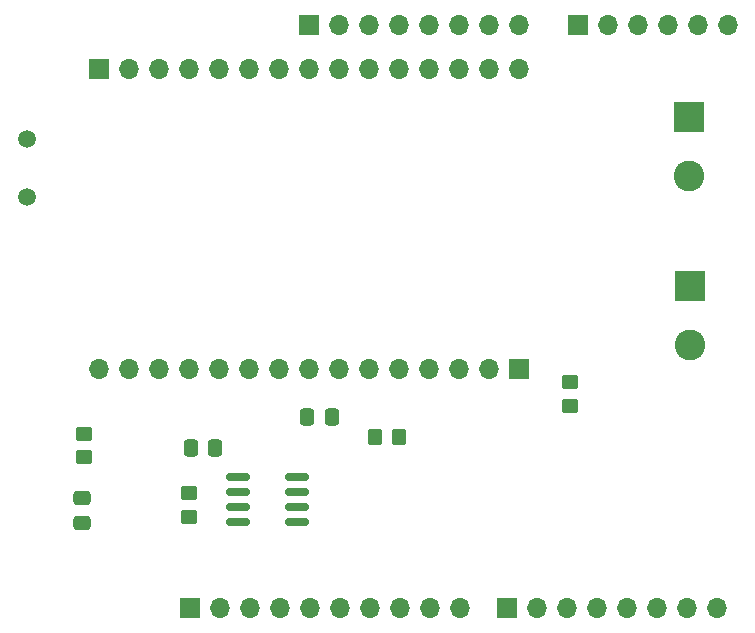
<source format=gbr>
%TF.GenerationSoftware,KiCad,Pcbnew,8.0.2-1*%
%TF.CreationDate,2024-05-15T21:27:52-04:00*%
%TF.ProjectId,ORA_Arduino_ESP_CAN_Shield,4f52415f-4172-4647-9569-6e6f5f455350,rev?*%
%TF.SameCoordinates,Original*%
%TF.FileFunction,Soldermask,Top*%
%TF.FilePolarity,Negative*%
%FSLAX46Y46*%
G04 Gerber Fmt 4.6, Leading zero omitted, Abs format (unit mm)*
G04 Created by KiCad (PCBNEW 8.0.2-1) date 2024-05-15 21:27:52*
%MOMM*%
%LPD*%
G01*
G04 APERTURE LIST*
G04 Aperture macros list*
%AMRoundRect*
0 Rectangle with rounded corners*
0 $1 Rounding radius*
0 $2 $3 $4 $5 $6 $7 $8 $9 X,Y pos of 4 corners*
0 Add a 4 corners polygon primitive as box body*
4,1,4,$2,$3,$4,$5,$6,$7,$8,$9,$2,$3,0*
0 Add four circle primitives for the rounded corners*
1,1,$1+$1,$2,$3*
1,1,$1+$1,$4,$5*
1,1,$1+$1,$6,$7*
1,1,$1+$1,$8,$9*
0 Add four rect primitives between the rounded corners*
20,1,$1+$1,$2,$3,$4,$5,0*
20,1,$1+$1,$4,$5,$6,$7,0*
20,1,$1+$1,$6,$7,$8,$9,0*
20,1,$1+$1,$8,$9,$2,$3,0*%
G04 Aperture macros list end*
%ADD10RoundRect,0.250000X-0.450000X0.350000X-0.450000X-0.350000X0.450000X-0.350000X0.450000X0.350000X0*%
%ADD11RoundRect,0.250000X-0.337500X-0.475000X0.337500X-0.475000X0.337500X0.475000X-0.337500X0.475000X0*%
%ADD12R,1.700000X1.700000*%
%ADD13O,1.700000X1.700000*%
%ADD14RoundRect,0.250000X0.475000X-0.337500X0.475000X0.337500X-0.475000X0.337500X-0.475000X-0.337500X0*%
%ADD15RoundRect,0.250000X-0.350000X-0.450000X0.350000X-0.450000X0.350000X0.450000X-0.350000X0.450000X0*%
%ADD16RoundRect,0.250000X0.337500X0.475000X-0.337500X0.475000X-0.337500X-0.475000X0.337500X-0.475000X0*%
%ADD17RoundRect,0.150000X-0.825000X-0.150000X0.825000X-0.150000X0.825000X0.150000X-0.825000X0.150000X0*%
%ADD18R,2.600000X2.600000*%
%ADD19C,2.600000*%
%ADD20C,1.500000*%
G04 APERTURE END LIST*
D10*
%TO.C,R1*%
X41615000Y-64980000D03*
X41615000Y-66980000D03*
%TD*%
%TO.C,TR1*%
X73825000Y-55560000D03*
X73825000Y-57560000D03*
%TD*%
D11*
%TO.C,C2*%
X41727500Y-61130000D03*
X43802500Y-61130000D03*
%TD*%
D12*
%TO.C,Digital_1*%
X41695000Y-74670000D03*
D13*
X44235000Y-74670000D03*
X46775000Y-74670000D03*
X49315000Y-74670000D03*
X51855000Y-74670000D03*
X54395000Y-74670000D03*
X56935000Y-74670000D03*
X59475000Y-74670000D03*
X62015000Y-74670000D03*
X64555000Y-74670000D03*
%TD*%
D14*
%TO.C,C1*%
X32555000Y-67487500D03*
X32555000Y-65412500D03*
%TD*%
D12*
%TO.C,Power_1*%
X51715000Y-25320000D03*
D13*
X54255000Y-25320000D03*
X56795000Y-25320000D03*
X59335000Y-25320000D03*
X61875000Y-25320000D03*
X64415000Y-25320000D03*
X66955000Y-25320000D03*
X69495000Y-25320000D03*
%TD*%
D15*
%TO.C,R3*%
X57375000Y-60220000D03*
X59375000Y-60220000D03*
%TD*%
D12*
%TO.C,Analog_1*%
X74495000Y-25300000D03*
D13*
X77035000Y-25300000D03*
X79575000Y-25300000D03*
X82115000Y-25300000D03*
X84655000Y-25300000D03*
X87195000Y-25300000D03*
%TD*%
D16*
%TO.C,C3*%
X53690000Y-58500000D03*
X51615000Y-58500000D03*
%TD*%
D12*
%TO.C,Digital_2*%
X68545000Y-74690000D03*
D13*
X71085000Y-74690000D03*
X73625000Y-74690000D03*
X76165000Y-74690000D03*
X78705000Y-74690000D03*
X81245000Y-74690000D03*
X83785000Y-74690000D03*
X86325000Y-74690000D03*
%TD*%
D17*
%TO.C,U3*%
X45750000Y-63615000D03*
X45750000Y-64885000D03*
X45750000Y-66155000D03*
X45750000Y-67425000D03*
X50700000Y-67425000D03*
X50700000Y-66155000D03*
X50700000Y-64885000D03*
X50700000Y-63615000D03*
%TD*%
D10*
%TO.C,R2*%
X32695000Y-59930000D03*
X32695000Y-61930000D03*
%TD*%
D12*
%TO.C,EN_1*%
X69530000Y-54460000D03*
D13*
X66990000Y-54460000D03*
X64450000Y-54460000D03*
X61910000Y-54460000D03*
X59370000Y-54460000D03*
X56830000Y-54460000D03*
X54290000Y-54460000D03*
X51750000Y-54460000D03*
X49210000Y-54460000D03*
X46670000Y-54460000D03*
X44130000Y-54460000D03*
X41590000Y-54460000D03*
X39050000Y-54460000D03*
X36510000Y-54460000D03*
X33970000Y-54460000D03*
%TD*%
D18*
%TO.C,J1*%
X83990000Y-47420000D03*
D19*
X83990000Y-52420000D03*
%TD*%
D18*
%TO.C,J2*%
X83940000Y-33110000D03*
D19*
X83940000Y-38110000D03*
%TD*%
D12*
%TO.C,BOOT_1*%
X33970000Y-29060000D03*
D13*
X36510000Y-29060000D03*
X39050000Y-29060000D03*
X41590000Y-29060000D03*
X44130000Y-29060000D03*
X46670000Y-29060000D03*
X49210000Y-29060000D03*
X51750000Y-29060000D03*
X54290000Y-29060000D03*
X56830000Y-29060000D03*
X59370000Y-29060000D03*
X61910000Y-29060000D03*
X64450000Y-29060000D03*
X66990000Y-29060000D03*
X69530000Y-29060000D03*
%TD*%
D20*
%TO.C,Y1*%
X27865000Y-39870000D03*
X27865000Y-34990000D03*
%TD*%
M02*

</source>
